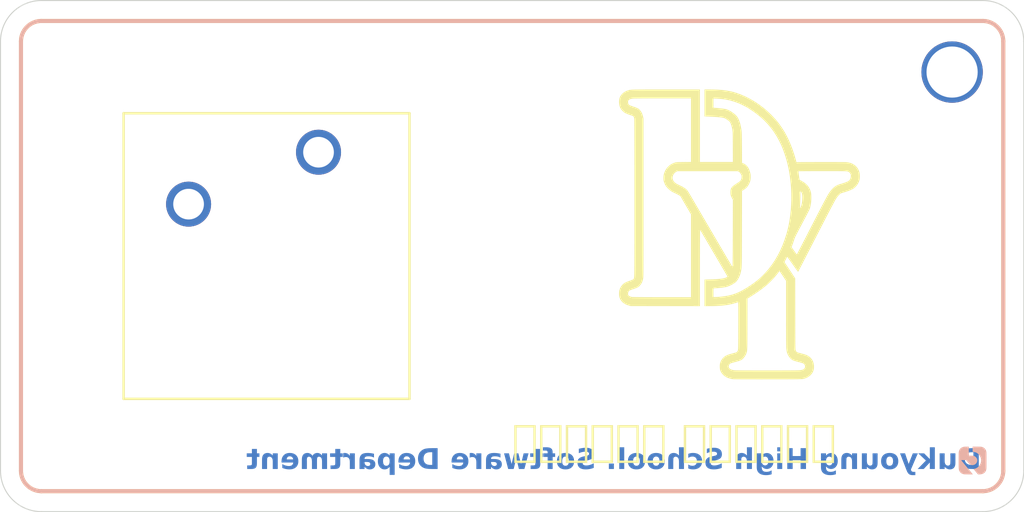
<source format=kicad_pcb>
(kicad_pcb (version 20240108) (generator "pcbnew") (generator_version "8.0")
  (layers (0 "F.Cu" signal) (31 "B.Cu" signal) (34 "B.Paste" user) (35 "F.Paste" user) (36 "B.SilkS" user "B.Silkscreen") (37 "F.SilkS" user "F.Silkscreen") (38 "B.Mask" user) (39 "F.Mask" user) (44 "Edge.Cuts" user))
  (net 0 "")
  (footprint "LOGO" (layer "F.Cu") (at 167.5 103.5)
    (property "Reference" "G***" (hide yes))
    (property "Value" "LOGO" (hide yes))
    (fp_poly (pts (xy -0.851284 -7.149808) (xy -0.65265 -7.14764) (xy -0.469173 -7.14104) (xy -0.298603 -7.129644) (xy -0.138691 -7.113089) (xy 0.012812 -7.091011) (xy 0.158156 -7.063046) (xy 0.299588 -7.028832) (xy 0.439359 -6.988005) (xy 0.579718 -6.940201) (xy 0.67924 -6.902504) (xy 0.907349 -6.803762) (xy 1.133105 -6.688313) (xy 1.35498 -6.557305) (xy 1.571444 -6.411888) (xy 1.780969 -6.253209) (xy 1.982026 -6.082417) (xy 2.173086 -5.900661) (xy 2.35262 -5.70909) (xy 2.497164 -5.536699) (xy 2.537819 -5.483512) (xy 2.584756 -5.418766) (xy 2.635326 -5.346385) (xy 2.686879 -5.270295) (xy 2.736767 -5.194419) (xy 2.782338 -5.122682) (xy 2.820946 -5.059009) (xy 2.829007 -5.045144) (xy 2.92869 -4.860721) (xy 3.024385 -4.661411) (xy 3.115 -4.449965) (xy 3.199443 -4.229133) (xy 3.276623 -4.001667) (xy 3.345449 -3.770317) (xy 3.367957 -3.686664) (xy 3.379161 -3.644332) (xy 3.3874 -3.616424) (xy 3.394228 -3.600067) (xy 3.401197 -3.592392) (xy 3.409859 -3.590525) (xy 3.419509 -3.591338) (xy 3.436489 -3.592266) (xy 3.470028 -3.593138) (xy 3.518812 -3.593955) (xy 3.581524 -3.594715) (xy 3.656851 -3.595417) (xy 3.743475 -3.59606) (xy 3.840083 -3.596642) (xy 3.945358 -3.597162) (xy 4.057986 -3.597619) (xy 4.176651 -3.598012) (xy 4.300039 -3.598339) (xy 4.426833 -3.5986) (xy 4.555718 -3.598793) (xy 4.68538 -3.598917) (xy 4.814503 -3.598971) (xy 4.941771 -3.598954) (xy 5.06587 -3.598864) (xy 5.185485 -3.5987) (xy 5.299299 -3.598461) (xy 5.405997 -3.598146) (xy 5.504266 -3.597754) (xy 5.592788 -3.597283) (xy 5.670249 -3.596732) (xy 5.735334 -3.596101) (xy 5.786727 -3.595387) (xy 5.823114 -3.594589) (xy 5.843178 -3.593707) (xy 5.84485 -3.593551) (xy 5.928669 -3.58172) (xy 6.001045 -3.565396) (xy 6.068181 -3.542945) (xy 6.117629 -3.521663) (xy 6.212782 -3.46809) (xy 6.294799 -3.402419) (xy 6.363501 -3.324866) (xy 6.418707 -3.235646) (xy 6.460238 -3.134976) (xy 6.471724 -3.096279) (xy 6.483056 -3.038377) (xy 6.489867 -2.969657) (xy 6.492079 -2.896286) (xy 6.489611 -2.824428) (xy 6.482384 -2.760249) (xy 6.476432 -2.73078) (xy 6.442904 -2.62886) (xy 6.39466 -2.53232) (xy 6.333582 -2.44377) (xy 6.261554 -2.365823) (xy 6.180457 -2.301088) (xy 6.15481 -2.284736) (xy 6.107456 -2.259282) (xy 6.046487 -2.231223) (xy 5.975687 -2.202049) (xy 5.898842 -2.173246) (xy 5.819736 -2.146302) (xy 5.743973 -2.123223) (xy 5.694351 -2.108806) (xy 5.648125 -2.094842) (xy 5.609269 -2.08257) (xy 5.581756 -2.073229) (xy 5.573734 -2.070145) (xy 5.53857 -2.049146) (xy 5.497823 -2.014309) (xy 5.453428 -1.968012) (xy 5.407318 -1.912635) (xy 5.361427 -1.850558) (xy 5.317688 -1.784158) (xy 5.278035 -1.715816) (xy 5.264102 -1.689162) (xy 5.249713 -1.661357) (xy 5.228515 -1.62125) (xy 5.202306 -1.572205) (xy 5.172887 -1.517584) (xy 5.142059 -1.46075) (xy 5.130154 -1.438916) (xy 5.115708 -1.411964) (xy 5.093591 -1.37) (xy 5.064268 -1.313929) (xy 5.028206 -1.244652) (xy 4.98587 -1.163074) (xy 4.937727 -1.070097) (xy 4.884243 -0.966626) (xy 4.825884 -0.853563) (xy 4.763116 -0.731812) (xy 4.696405 -0.602276) (xy 4.626216 -0.465859) (xy 4.553017 -0.323463) (xy 4.477273 -0.175993) (xy 4.39945 -0.024352) (xy 4.320014 0.130557) (xy 4.256394 0.254715) (xy 4.177548 0.40861) (xy 4.100848 0.558264) (xy 4.026693 0.702901) (xy 3.955484 0.841741) (xy 3.887621 0.974008) (xy 3.823502 1.098923) (xy 3.763529 1.215707) (xy 3.7081 1.323583) (xy 3.657617 1.421773) (xy 3.612478 1.509499) (xy 3.573085 1.585982) (xy 3.539836 1.650445) (xy 3.513131 1.702109) (xy 3.493371 1.740196) (xy 3.480956 1.763929) (xy 3.476284 1.772529) (xy 3.470072 1.766888) (xy 3.454645 1.747914) (xy 3.430988 1.716952) (xy 3.400087 1.675346) (xy 3.362931 1.624439) (xy 3.320504 1.565577) (xy 3.273794 1.500103) (xy 3.223787 1.429363) (xy 3.209004 1.408332) (xy 3.158258 1.336122) (xy 3.110666 1.268541) (xy 3.067203 1.206965) (xy 3.028844 1.152769) (xy 2.996567 1.107329) (xy 2.971346 1.07202) (xy 2.954156 1.048217) (xy 2.945975 1.037297) (xy 2.945432 1.036735) (xy 2.938968 1.044274) (xy 2.926554 1.064704) (xy 2.909857 1.094746) (xy 2.890545 1.131122) (xy 2.870286 1.170552) (xy 2.850745 1.209757) (xy 2.833592 1.245459) (xy 2.820492 1.274377) (xy 2.813114 1.293234) (xy 2.812239 1.298678) (xy 2.818252 1.307994) (xy 2.833175 1.330792) (xy 2.856067 1.365641) (xy 2.885984 1.41111) (xy 2.921984 1.465768) (xy 2.963124 1.528183) (xy 3.008463 1.596923) (xy 3.057057 1.670558) (xy 3.075983 1.699226) (xy 3.333416 2.089127) (xy 3.335762 3.821851) (xy 3.336048 4.029042) (xy 3.336327 4.219119) (xy 3.336607 4.392841) (xy 3.336896 4.550968) (xy 3.337202 4.694259) (xy 3.337532 4.823476) (xy 3.337894 4.939377) (xy 3.338298 5.042724) (xy 3.338749 5.134275) (xy 3.339257 5.21479) (xy 3.339829 5.28503) (xy 3.340474 5.345755) (xy 3.341198 5.397723) (xy 3.34201 5.441696) (xy 3.342919 5.478434) (xy 3.343931 5.508695) (xy 3.345055 5.533241) (xy 3.346298 5.552831) (xy 3.347669 5.568224) (xy 3.349176 5.580181) (xy 3.350826 5.589463) (xy 3.352627 5.596827) (xy 3.354318 5.602249) (xy 3.366299 5.633968) (xy 3.379753 5.65917) (xy 3.397155 5.679431) (xy 3.420984 5.696325) (xy 3.453716 5.711428) (xy 3.497829 5.726316) (xy 3.5558 5.742564) (xy 3.588354 5.75107) (xy 3.665234 5.771099) (xy 3.727446 5.787861) (xy 3.777703 5.802252) (xy 3.81872 5.815163) (xy 3.853211 5.827491) (xy 3.883892 5.840127) (xy 3.913476 5.853967) (xy 3.936911 5.865848) (xy 4.023511 5.920326) (xy 4.096993 5.98666) (xy 4.156869 6.064054) (xy 4.202649 6.151713) (xy 4.233843 6.248841) (xy 4.249962 6.354644) (xy 4.251336 6.376812) (xy 4.25148 6.461927) (xy 4.242423 6.537017) (xy 4.223053 6.608002) (xy 4.195291 6.674504) (xy 4.153386 6.74393) (xy 4.0967 6.810276) (xy 4.028319 6.870999) (xy 3.951328 6.923558) (xy 3.868813 6.96541) (xy 3.820118 6.983621) (xy 3.803876 6.988968) (xy 3.789003 6.993867) (xy 3.774693 6.998338) (xy 3.760138 7.0024) (xy 3.744532 7.006076) (xy 3.727066 7.009385) (xy 3.706935 7.012347) (xy 3.68333 7.014984) (xy 3.655445 7.017315) (xy 3.622473 7.019361) (xy 3.583607 7.021144) (xy 3.538039 7.022682) (xy 3.484962 7.023997) (xy 3.42357 7.025109) (xy 3.353056 7.026038) (xy 3.272611 7.026806) (xy 3.181429 7.027432) (xy 3.078704 7.027937) (xy 2.963627 7.028342) (xy 2.835392 7.028667) (xy 2.693191 7.028932) (xy 2.536219 7.029158) (xy 2.363666 7.029366) (xy 2.174727 7.029576) (xy 2.001971 7.029769) (xy 1.831514 7.029923) (xy 1.66526 7.029991) (xy 1.504142 7.029977) (xy 1.349097 7.029884) (xy 1.201059 7.029715) (xy 1.060963 7.029472) (xy 0.929743 7.02916) (xy 0.808336 7.028782) (xy 0.697675 7.028339) (xy 0.598695 7.027837) (xy 0.512331 7.027277) (xy 0.439519 7.026663) (xy 0.381193 7.025999) (xy 0.338288 7.025286) (xy 0.311739 7.024529) (xy 0.303871 7.024035) (xy 0.180901 7.00326) (xy 0.068414 6.970303) (xy -0.032758 6.925664) (xy -0.121785 6.869842) (xy -0.197838 6.803337) (xy -0.260085 6.726646) (xy -0.297181 6.662808) (xy -0.319465 6.615047) (xy -0.335011 6.573502) (xy -0.344933 6.532859) (xy -0.350343 6.4878) (xy -0.352358 6.43301) (xy -0.352402 6.413313) (xy 0.082352 6.413313) (xy 0.090309 6.449343) (xy 0.1151 6.489745) (xy 0.155816 6.52401) (xy 0.211427 6.551648) (xy 0.280898 6.572168) (xy 0.363198 6.585082) (xy 0.379582 6.586584) (xy 0.400445 6.58755) (xy 0.43801 6.588451) (xy 0.491106 6.589288) (xy 0.558561 6.590059) (xy 0.639203 6.590765) (xy 0.73186 6.591407) (xy 0.83536 6.591983) (xy 0.948531 6.592494) (xy 1.070202 6.59294) (xy 1.199199 6.593321) (xy 1.334353 6.593636) (xy 1.474489 6.593886) (xy 1.618438 6.594071) (xy 1.765026 6.594191) (xy 1.913081 6.594245) (xy 2.061433 6.594233) (xy 2.208908 6.594156) (xy 2.354336 6.594013) (xy 2.496543 6.593805) (xy 2.634359 6.593531) (xy 2.76661 6.593192) (xy 2.892127 6.592786) (xy 3.009735 6.592315) (xy 3.118264 6.591778) (xy 3.216542 6.591174) (xy 3.303396 6.590505) (xy 3.377654 6.58977) (xy 3.438146 6.588969) (xy 3.483698 6.588102) (xy 3.51314 6.587168) (xy 3.521016 6.586712) (xy 3.590401 6.580049) (xy 3.645066 6.57157) (xy 3.688143 6.560403) (xy 3.722761 6.545673) (xy 3.752052 6.526506) (xy 3.759992 6.519997) (xy 3.792669 6.484296) (xy 3.810173 6.444351) (xy 3.813886 6.396329) (xy 3.812021 6.375581) (xy 3.797129 6.324865) (xy 3.767396 6.282154) (xy 3.725411 6.250928) (xy 3.709528 6.244844) (xy 3.67919 6.235124) (xy 3.637249 6.222606) (xy 3.586554 6.208132) (xy 3.529958 6.192542) (xy 3.501069 6.184786) (xy 3.441567 6.168798) (xy 3.385561 6.153468) (xy 3.336155 6.139667) (xy 3.296453 6.128267) (xy 3.269558 6.120139) (xy 3.262521 6.117803) (xy 3.194806 6.08503) (xy 3.129913 6.036749) (xy 3.069701 5.975302) (xy 3.01603 5.903031) (xy 2.970757 5.822276) (xy 2.935743 5.73538) (xy 2.922444 5.689491) (xy 2.914671 5.651886) (xy 2.906955 5.602997) (xy 2.90023 5.549391) (xy 2.895743 5.501807) (xy 2.894604 5.477642) (xy 2.89353 5.436199) (xy 2.892524 5.378071) (xy 2.891588 5.303856) (xy 2.890725 5.214148) (xy 2.88994 5.109544) (xy 2.889234 4.990638) (xy 2.888611 4.858025) (xy 2.888074 4.712303) (xy 2.887627 4.554065) (xy 2.887272 4.383909) (xy 2.887012 4.202428) (xy 2.886851 4.010219) (xy 2.886792 3.807878) (xy 2.886792 3.799418) (xy 2.88677 2.214072) (xy 2.728132 1.974093) (xy 2.689527 1.91591) (xy 2.654017 1.862807) (xy 2.622804 1.816547) (xy 2.59709 1.778899) (xy 2.578079 1.751627) (xy 2.566973 1.736497) (xy 2.564621 1.733982) (xy 2.557707 1.740762) (xy 2.543315 1.759018) (xy 2.524002 1.785434) (xy 2.514156 1.799431) (xy 2.453778 1.881017) (xy 2.381442 1.969967) (xy 2.299858 2.063424) (xy 2.211734 2.15853) (xy 2.119777 2.25243) (xy 2.026696 2.342267) (xy 1.935199 2.425183) (xy 1.863442 2.485853) (xy 1.707565 2.607833) (xy 1.536161 2.73263) (xy 1.351099 2.858953) (xy 1.154248 2.985513) (xy 1.025914 3.064247) (xy 1.001686 3.078848) (xy 0.998452 4.32118) (xy 0.997996 4.499795) (xy 0.997579 4.661473) (xy 0.997162 4.807151) (xy 0.996706 4.937767) (xy 0.996173 5.054259) (xy 0.995525 5.157565) (xy 0.994723 5.248621) (xy 0.993727 5.328365) (xy 0.992501 5.397735) (xy 0.991004 5.457668) (xy 0.989199 5.509103) (xy 0.987048 5.552975) (xy 0.98451 5.590224) (xy 0.981549 5.621787) (xy 0.978125 5.6486) (xy 0.9742 5.671602) (xy 0.969735 5.691731) (xy 0.964692 5.709923) (xy 0.959032 5.727116) (xy 0.952716 5.744249) (xy 0.945707 5.762257) (xy 0.938426 5.780886) (xy 0.904411 5.854093) (xy 0.861078 5.924361) (xy 0.811151 5.988365) (xy 0.757354 6.042783) (xy 0.702411 6.084289) (xy 0.679153 6.097318) (xy 0.656734 6.10647) (xy 0.620064 6.11911) (xy 0.572208 6.134288) (xy 0.516229 6.151052) (xy 0.455192 6.168449) (xy 0.41283 6.18003) (xy 0.351946 6.196616) (xy 0.2957 6.212388) (xy 0.246756 6.226563) (xy 0.207774 6.238358) (xy 0.181418 6.246993) (xy 0.171521 6.250933) (xy 0.132397 6.280319) (xy 0.103307 6.320078) (xy 0.086032 6.365858) (xy 0.082352 6.413313) (xy -0.352402 6.413313) (xy -0.352434 6.399156) (xy -0.35176 6.346805) (xy -0.349909 6.307301) (xy -0.346244 6.275624) (xy -0.340129 6.246752) (xy -0.330928 6.215668) (xy -0.328085 6.207002) (xy -0.291221 6.117601) (xy -0.242941 6.039515) (xy -0.18053 5.968448) (xy -0.172349 5.960554) (xy -0.131852 5.925141) (xy -0.08859 5.894013) (xy -0.040157 5.866088) (xy 0.015854 5.84028) (xy 0.08185 5.815506) (xy 0.160238 5.790681) (xy 0.253424 5.764721) (xy 0.274913 5.759072) (xy 0.338513 5.742443) (xy 0.387141 5.729422) (xy 0.423122 5.719117) (xy 0.448782 5.710636) (xy 0.466446 5.703085) (xy 0.478441 5.695572) (xy 0.487093 5.687204) (xy 0.494727 5.677089) (xy 0.49699 5.673836) (xy 0.504494 5.663376) (xy 0.511251 5.654146) (xy 0.5173 5.645204) (xy 0.522684 5.635609) (xy 0.527443 5.624421) (xy 0.531617 5.610699) (xy 0.535248 5.593503) (xy 0.538376 5.57189) (xy 0.541043 5.544921) (xy 0.54329 5.511654) (xy 0.545157 5.471149) (xy 0.546685 5.422465) (xy 0.547915 5.364661) (xy 0.548887 5.296796) (xy 0.549644 5.217929) (xy 0.550226 5.12712) (xy 0.550673 5.023427) (xy 0.551027 4.905911) (xy 0.551329 4.773629) (xy 0.551618 4.625641) (xy 0.551937 4.461006) (xy 0.552047 4.407338) (xy 0.552376 4.234797) (xy 0.552605 4.079345) (xy 0.55273 3.940194) (xy 0.552743 3.816559) (xy 0.552639 3.707653) (xy 0.552412 3.612689) (xy 0.552055 3.530882) (xy 0.551563 3.461445) (xy 0.550929 3.403592) (xy 0.550147 3.356536) (xy 0.549211 3.319492) (xy 0.548116 3.291672) (xy 0.546854 3.27229) (xy 0.545419 3.26056) (xy 0.543807 3.255696) (xy 0.543109 3.255498) (xy 0.509119 3.267505) (xy 0.462775 3.282537) (xy 0.40902 3.299114) (xy 0.3528 3.315756) (xy 0.299057 3.330985) (xy 0.252737 3.343321) (xy 0.234883 3.347712) (xy 0.120637 3.372513) (xy 0.003672 3.393356) (xy -0.118382 3.410477) (xy -0.247895 3.424113) (xy -0.387238 3.434501) (xy -0.538781 3.441878) (xy -0.704895 3.446482) (xy -0.76191 3.447413) (xy -1.099296 3.452088) (xy -1.099296 2.799841) (xy -1.099296 2.147593) (xy -0.846815 2.142338) (xy -0.66046 2.136276) (xy -0.490197 2.126196) (xy -0.336483 2.112133) (xy -0.205912 2.095069) (xy -0.151113 2.085127) (xy -0.106541 2.072937) (xy -0.06455 2.056185) (xy -0.042599 2.045608) (xy -0.009258 2.028483) (xy 0.010608 2.016663) (xy 0.019636 2.007707) (xy 0.020459 1.999174) (xy 0.016764 1.990596) (xy 0.009985 1.978569) (xy -0.005093 1.952416) (xy -0.027857 1.913182) (xy -0.057697 1.86191) (xy -0.094001 1.799643) (xy -0.136157 1.727424) (xy -0.183553 1.646298) (xy -0.235577 1.557308) (xy -0.291619 1.461497) (xy -0.351066 1.35991) (xy -0.413307 1.253588) (xy -0.477729 1.143576) (xy -0.543723 1.030918) (xy -0.610674 0.916657) (xy -0.677973 0.801836) (xy -0.745008 0.6875) (xy -0.811166 0.574691) (xy -0.875836 0.464453) (xy -0.938407 0.357829) (xy -0.998266 0.255864) (xy -1.054802 0.1596) (xy -1.107404 0.070081) (xy -1.15546 -0.011649) (xy -1.198358 -0.084547) (xy -1.235486 -0.147569) (xy -1.266233 -0.199671) (xy -1.289988 -0.239811) (xy -1.306137 -0.266945) (xy -1.314071 -0.280029) (xy -1.314776 -0.28108) (xy -1.315623 -0.273172) (xy -1.316436 -0.248042) (xy -1.317213 -0.206341) (xy -1.317951 -0.148721) (xy -1.318646 -0.075834) (xy -1.319297 0.011668) (xy -1.3199 0.113132) (xy -1.320453 0.227908) (xy -1.320953 0.355342) (xy -1.321397 0.494783) (xy -1.321782 0.645579) (xy -1.322106 0.807079) (xy -1.322365 0.978629) (xy -1.322557 1.159578) (xy -1.322679 1.349274) (xy -1.322729 1.547066) (xy -1.32273 1.580307) (xy -1.32273 3.450184) (xy -3.014127 3.44777) (xy -4.705524 3.445356) (xy -4.793752 3.421017) (xy -4.905523 3.383094) (xy -5.00266 3.334974) (xy -5.085294 3.276539) (xy -5.153553 3.20767) (xy -5.207567 3.128251) (xy -5.247465 3.038162) (xy -5.260873 2.994019) (xy -5.269929 2.944404) (xy -5.274856 2.883635) (xy -5.275196 2.855387) (xy -4.835539 2.855387) (xy -4.827778 2.898799) (xy -4.821087 2.914787) (xy -4.80146 2.937251) (xy -4.768119 2.959245) (xy -4.725159 2.978823) (xy -4.67668 2.994039) (xy -4.638494 3.001513) (xy -4.622798 3.002476) (xy -4.590151 3.003416) (xy -4.54148 3.004326) (xy -4.477707 3.005202) (xy -4.399758 3.006037) (xy -4.308557 3.006826) (xy -4.205029 3.007562) (xy -4.090098 3.008239) (xy -3.96469 3.008853) (xy -3.829728 3.009396) (xy -3.686137 3.009864) (xy -3.534842 3.01025) (xy -3.376767 3.010549) (xy -3.212837 3.010754) (xy -3.170531 3.01079) (xy -1.760661 3.011893) (xy -1.760661 0.984509) (xy -1.760661 -1.042875) (xy -2.010907 -1.469878) (xy -2.057586 -1.549653) (xy -2.101433 -1.624833) (xy -2.141634 -1.694004) (xy -2.177372 -1.755749) (xy -2.207831 -1.80865) (xy -2.232193 -1.851293) (xy -2.249643 -1.88226) (xy -2.259365 -1.900135) (xy -2.261154 -1.904043) (xy -2.268953 -1.917861) (xy -2.290845 -1.937394) (xy -2.324569 -1.961141) (xy -2.367867 -1.987595) (xy -2.418478 -2.015256) (xy -2.457776 -2.03488) (xy -2.527556 -2.068476) (xy -2.58342 -2.095613) (xy -2.627601 -2.117495) (xy -2.662333 -2.135325) (xy -2.689849 -2.150308) (xy -2.712382 -2.163646) (xy -2.732165 -2.176543) (xy -2.751433 -2.190203) (xy -2.765957 -2.200975) (xy -2.816225 -2.241699) (xy -2.867822 -2.288806) (xy -2.916636 -2.338152) (xy -2.958556 -2.385595) (xy -2.987967 -2.4247) (xy -3.012097 -2.466498) (xy -3.038175 -2.52107) (xy -3.064154 -2.583766) (xy -3.087992 -2.649935) (xy -3.090929 -2.658867) (xy -3.098912 -2.69612) (xy -3.103853 -2.746028) (xy -3.105788 -2.803638) (xy -3.105503 -2.820239) (xy -2.662455 -2.820239) (xy -2.652283 -2.75382) (xy -2.624515 -2.690123) (xy -2.579192 -2.629277) (xy -2.516358 -2.571415) (xy -2.500695 -2.559473) (xy -2.477521 -2.54467) (xy -2.4421 -2.524888) (xy -2.398562 -2.502309) (xy -2.351036 -2.479117) (xy -2.330885 -2.469721) (xy -2.229085 -2.420796) (xy -2.14305 -2.374513) (xy -2.071083 -2.329681) (xy -2.01149 -2.28511) (xy -1.962576 -2.239609) (xy -1.922647 -2.191987) (xy -1.910264 -2.174274) (xy -1.898611 -2.155806) (xy -1.878892 -2.123407) (xy -1.852012 -2.078606) (xy -1.818875 -2.02293) (xy -1.780387 -1.95791) (xy -1.737451 -1.885073) (xy -1.690974 -1.80595) (xy -1.64186 -1.722068) (xy -1.591013 -1.634958) (xy -1.586143 -1.626601) (xy -1.549829 -1.564307) (xy -1.505191 -1.487803) (xy -1.452942 -1.398301) (xy -1.393789 -1.297015) (xy -1.328442 -1.185159) (xy -1.257611 -1.063946) (xy -1.182005 -0.934591) (xy -1.102335 -0.798306) (xy -1.019309 -0.656307) (xy -0.933636 -0.509806) (xy -0.846027 -0.360017) (xy -0.757191 -0.208154) (xy -0.667838 -0.055431) (xy -0.578676 0.096939) (xy -0.519354 0.198301) (xy -0.420753 0.366752) (xy -0.330772 0.520431) (xy -0.249014 0.659996) (xy -0.17508 0.786107) (xy -0.108572 0.899422) (xy -0.04909 1.000602) (xy 0.003763 1.090306) (xy 0.050386 1.169193) (xy 0.091177 1.237922) (xy 0.126536 1.297154) (xy 0.156859 1.347546) (xy 0.182547 1.389758) (xy 0.203997 1.424451) (xy 0.221608 1.452282) (xy 0.235778 1.473912) (xy 0.246906 1.49) (xy 0.255391 1.501205) (xy 0.26163 1.508187) (xy 0.266022 1.511604) (xy 0.268966 1.512117) (xy 0.270861 1.510384) (xy 0.271947 1.507625) (xy 0.272938 1.495384) (xy 0.273918 1.465947) (xy 0.274883 1.419994) (xy 0.275828 1.358204) (xy 0.276748 1.281256) (xy 0.277638 1.18983) (xy 0.278494 1.084604) (xy 0.279311 0.966258) (xy 0.280084 0.835471) (xy 0.280808 0.692923) (xy 0.281479 0.539292) (xy 0.282091 0.375257) (xy 0.282641 0.201499) (xy 0.283122 0.018696) (xy 0.28346 -0.135472) (xy 0.286679 -1.750079) (xy 0.242514 -1.833572) (xy 0.211825 -1.894879) (xy 0.190302 -1.947255) (xy 0.176506 -1.99616) (xy 0.168998 -2.04705) (xy 0.166338 -2.105384) (xy 0.166263 -2.122625) (xy 0.16806 -2.180278) (xy 0.174074 -2.231113) (xy 0.185596 -2.276756) (xy 0.203912 -2.318833) (xy 0.230313 -2.358971) (xy 0.266086 -2.398798) (xy 0.31252 -2.439939) (xy 0.370905 -2.484023) (xy 0.442529 -2.532674) (xy 0.528681 -2.587521) (xy 0.540271 -2.594729) (xy 0.603717 -2.638572) (xy 0.651143 -2.68248) (xy 0.684211 -2.729119) (xy 0.704587 -2.781151) (xy 0.713932 -2.84124) (xy 0.71499 -2.874404) (xy 0.713863 -2.909745) (xy 0.709302 -2.939016) (xy 0.699532 -2.967188) (xy 0.68278 -2.999231) (xy 0.657272 -3.040115) (xy 0.654145 -3.044921) (xy 0.629747 -3.080041) (xy 0.60883 -3.103601) (xy 0.586903 -3.120039) (xy 0.568249 -3.129826) (xy 0.524288 -3.150422) (xy -0.946823 -3.150422) (xy -2.417934 -3.150422) (xy -2.477111 -3.121289) (xy -2.535604 -3.085085) (xy -2.582547 -3.03866) (xy -2.620868 -2.978937) (xy -2.629842 -2.96072) (xy -2.654988 -2.889249) (xy -2.662455 -2.820239) (xy -3.105503 -2.820239) (xy -3.104752 -2.863998) (xy -3.100779 -2.922154) (xy -3.093905 -2.973153) (xy -3.088541 -2.997732) (xy -3.052465 -3.108315) (xy -3.005173 -3.206954) (xy -2.944883 -3.296887) (xy -2.887064 -3.363728) (xy -2.813797 -3.43288) (xy -2.737847 -3.488339) (xy -2.654714 -3.532837) (xy -2.559894 -3.569105) (xy -2.53666 -3.576359) (xy -2.519293 -3.581342) (xy -2.502141 -3.58544) (xy -2.483241 -3.588762) (xy -2.460633 -3.591415) (xy -2.432354 -3.593507) (xy -2.396443 -3.595147) (xy -2.350938 -3.596444) (xy -2.293877 -3.597504) (xy -2.2233 -3.598437) (xy -2.137243 -3.59935) (xy -2.115922 -3.59956) (xy -1.760661 -3.603033) (xy -1.760661 -5.157498) (xy -1.760661 -6.711963) (xy -3.148422 -6.711963) (xy -3.36008 -6.7119) (xy -3.555912 -6.711713) (xy -3.735737 -6.711403) (xy -3.899376 -6.71097) (xy -4.046649 -6.710416) (xy -4.177377 -6.709742) (xy -4.29138 -6.70895) (xy -4.388478 -6.70804) (xy -4.468492 -6.707013) (xy -4.531242 -6.705871) (xy -4.576548 -6.704615) (xy -4.60423 -6.703245) (xy -4.610297 -6.70267) (xy -4.686315 -6.689001) (xy -4.746294 -6.668934) (xy -4.791 -6.642172) (xy -4.808651 -6.625297) (xy -4.822849 -6.608136) (xy -4.831019 -6.593213) (xy -4.834521 -6.575012) (xy -4.834714 -6.548017) (xy -4.833729 -6.523561) (xy -4.830909 -6.486666) (xy -4.824913 -6.456281) (xy -4.813894 -6.430887) (xy -4.796008 -6.408963) (xy -4.769408 -6.38899) (xy -4.732249 -6.369448) (xy -4.682686 -6.348818) (xy -4.618874 -6.32558) (xy -4.574862 -6.310395) (xy -4.502984 -6.28548) (xy -4.445658 -6.264485) (xy -4.400327 -6.24615) (xy -4.364435 -6.229215) (xy -4.335427 -6.21242) (xy -4.310746 -6.194506) (xy -4.287835 -6.174212) (xy -4.277102 -6.163645) (xy -4.2217 -6.1006) (xy -4.177161 -6.033041) (xy -4.141632 -5.957337) (xy -4.113261 -5.869856) (xy -4.100429 -5.817184) (xy -4.079908 -5.724384) (xy -4.079908 -1.854504) (xy -4.079911 -1.540331) (xy -4.079921 -1.243529) (xy -4.079939 -0.963594) (xy -4.079969 -0.700021) (xy -4.080011 -0.452307) (xy -4.080068 -0.219947) (xy -4.080142 -0.002437) (xy -4.080235 0.200726) (xy -4.080349 0.390048) (xy -4.080485 0.566032) (xy -4.080646 0.729181) (xy -4.080834 0.880001) (xy -4.08105 1.018996) (xy -4.081297 1.146668) (xy -4.081577 1.263523) (xy -4.081892 1.370065) (xy -4.082242 1.466797) (xy -4.082632 1.554224) (xy -4.083062 1.63285) (xy -4.083535 1.703179) (xy -4.084052 1.765715) (xy -4.084615 1.820961) (xy -4.085227 1.869423) (xy -4.08589 1.911604) (xy -4.086605 1.948009) (xy -4.087374 1.979141) (xy -4.0882 2.005504) (xy -4.089084 2.027603) (xy -4.090028 2.045942) (xy -4.091034 2.061024) (xy -4.092105 2.073354) (xy -4.093243 2.083436) (xy -4.094448 2.091774) (xy -4.095414 2.097269) (xy -4.119083 2.196426) (xy -4.150797 2.282618) (xy -4.192335 2.359618) (xy -4.245474 2.431201) (xy -4.261214 2.449175) (xy -4.286041 2.474996) (xy -4.311563 2.497224) (xy -4.340323 2.517192) (xy -4.374861 2.536229) (xy -4.417719 2.55567) (xy -4.47144 2.576845) (xy -4.538565 2.601087) (xy -4.575842 2.614048) (xy -4.630184 2.633237) (xy -4.680195 2.651741) (xy -4.722852 2.668374) (xy -4.755131 2.681951) (xy -4.77401 2.691287) (xy -4.77574 2.692417) (xy -4.802165 2.721011) (xy -4.821657 2.76122) (xy -4.83314 2.80777) (xy -4.835539 2.855387) (xy -5.275196 2.855387) (xy -5.275646 2.817949) (xy -5.272291 2.753584) (xy -5.264785 2.696778) (xy -5.261245 2.680124) (xy -5.228703 2.581544) (xy -5.181005 2.491495) (xy -5.119257 2.411429) (xy -5.044562 2.342798) (xy -4.965874 2.291291) (xy -4.942995 2.280433) (xy -4.906708 2.265244) (xy -4.860541 2.24711) (xy -4.808022 2.227414) (xy -4.752679 2.207541) (xy -4.750211 2.206676) (xy -4.691931 2.186102) (xy -4.648192 2.170077) (xy -4.616587 2.157466) (xy -4.594713 2.147129) (xy -4.580163 2.13793) (xy -4.570532 2.12873) (xy -4.563416 2.118391) (xy -4.563355 2.118289) (xy -4.560062 2.113001) (xy -4.55695 2.108303) (xy -4.554015 2.103693) (xy -4.551252 2.098669) (xy -4.548656 2.09273) (xy -4.54622 2.085375) (xy -4.543941 2.076102) (xy -4.541812 2.06441) (xy -4.53983 2.049798) (xy -4.537988 2.031764) (xy -4.536281 2.009806) (xy -4.534704 1.983424) (xy -4.533253 1.952117) (xy -4.531921 1.915381) (xy -4.530704 1.872717) (xy -4.529597 1.823623) (xy -4.528593 1.767598) (xy -4.527689 1.704139) (xy -4.526879 1.632747) (xy -4.526158 1.552919) (xy -4.52552 1.464153) (xy -4.52496 1.36595) (xy -4.524474 1.257807) (xy -4.524056 1.139223) (xy -4.523701 1.009696) (xy -4.523403 0.868725) (xy -4.523158 0.715809) (xy -4.52296 0.550447) (xy -4.522804 0.372136) (xy -4.522686 0.180377) (xy -4.522599 -0.025334) (xy -4.522538 -0.245496) (xy -4.5225 -0.480612) (xy -4.522477 -0.731183) (xy -4.522465 -0.997711) (xy -4.52246 -1.280695) (xy -4.522455 -1.580639) (xy -4.522447 -1.84169) (xy -4.522451 -2.185337) (xy -4.522487 -2.511355) (xy -4.522556 -2.819994) (xy -4.52266 -3.111501) (xy -4.522797 -3.386123) (xy -4.522971 -3.644106) (xy -4.523179 -3.8857) (xy -4.523425 -4.111151) (xy -4.523707 -4.320706) (xy -4.524027 -4.514614) (xy -4.524385 -4.693121) (xy -4.524782 -4.856475) (xy -4.525218 -5.004923) (xy -4.525695 -5.138712) (xy -4.526212 -5.258091) (xy -4.52677 -5.363306) (xy -4.52737 -5.454606) (xy -4.528013 -5.532236) (xy -4.528699 -5.596446) (xy -4.529429 -5.647481) (xy -4.530202 -5.68559) (xy -4.531021 -5.71102) (xy -4.531886 -5.724019) (xy -4.532031 -5.724977) (xy -4.542742 -5.767208) (xy -4.55768 -5.804876) (xy -4.57475 -5.83369) (xy -4.591855 -5.849356) (xy -4.592986 -5.849843) (xy -4.60593 -5.854517) (xy -4.632636 -5.863844) (xy -4.669942 -5.87673) (xy -4.714683 -5.892081) (xy -4.748089 -5.903488) (xy -4.831967 -5.933322) (xy -4.90125 -5.961063) (xy -4.958842 -5.988274) (xy -5.007644 -6.016521) (xy -5.050559 -6.047368) (xy -5.090488 -6.082379) (xy -5.103419 -6.095028) (xy -5.167189 -6.1689) (xy -5.215574 -6.248184) (xy -5.249306 -6.334744) (xy -5.269117 -6.43044) (xy -5.275722 -6.533216) (xy -5.271335 -6.628966) (xy -5.256072 -6.712802) (xy -5.228714 -6.787848) (xy -5.188044 -6.857231) (xy -5.132841 -6.924077) (xy -5.117026 -6.940359) (xy -5.042496 -7.005047) (xy -4.96078 -7.056016) (xy -4.868194 -7.09545) (xy -4.839584 -7.104794) (xy -4.822176 -7.110166) (xy -4.805823 -7.115091) (xy -4.789724 -7.119591) (xy -4.773075 -7.123685) (xy -4.755075 -7.12739) (xy -4.734921 -7.130728) (xy -4.711811 -7.133717) (xy -4.684942 -7.136376) (xy -4.653512 -7.138725) (xy -4.616718 -7.140783) (xy -4.573758 -7.14257) (xy -4.523829 -7.144103) (xy -4.466129 -7.145404) (xy -4.399856 -7.146491) (xy -4.324207 -7.147383) (xy -4.238379 -7.1481) (xy -4.141571 -7.148661) (xy -4.032979 -7.149085) (xy -3.911802 -7.149392) (xy -3.777236 -7.1496) (xy -3.62848 -7.14973) (xy -3.464731 -7.1498) (xy -3.285186 -7.14983) (xy -3.089043 -7.149838) (xy -2.964972 -7.149841) (xy -1.32273 -7.149894) (xy -1.32273 -5.375827) (xy -1.32273 -3.601759) (xy -0.517891 -3.601759) (xy 0.286948 -3.601759) (xy 0.283759 -4.336857) (xy 0.283171 -4.46909) (xy 0.282606 -4.584761) (xy 0.282028 -4.685183) (xy 0.281403 -4.771668) (xy 0.280696 -4.84553) (xy 0.279871 -4.908081) (xy 0.278895 -4.960633) (xy 0.277731 -5.0045) (xy 0.276346 -5.040994) (xy 0.274703 -5.071428) (xy 0.272768 -5.097115) (xy 0.270506 -5.119367) (xy 0.267882 -5.139497) (xy 0.26486 -5.158818) (xy 0.261407 -5.178643) (xy 0.261306 -5.179204) (xy 0.236841 -5.29721) (xy 0.208756 -5.399252) (xy 0.177253 -5.484642) (xy 0.164919 -5.511572) (xy 0.148561 -5.541675) (xy 0.129468 -5.568599) (xy 0.105286 -5.594445) (xy 0.073659 -5.621312) (xy 0.03223 -5.651297) (xy -0.021355 -5.686502) (xy -0.05551 -5.708007) (xy -0.085039 -5.725416) (xy -0.113909 -5.739742) (xy -0.14465 -5.75156) (xy -0.179796 -5.761443) (xy -0.221876 -5.769964) (xy -0.273423 -5.777699) (xy -0.336968 -5.785219) (xy -0.415042 -5.7931) (xy -0.442399 -5.795688) (xy -0.490628 -5.799693) (xy -0.551786 -5.803998) (xy -0.622251 -5.808416) (xy -0.698403 -5.812762) (xy -0.77662 -5.816852) (xy -0.85328 -5.8205) (xy -0.924764 -5.82352) (xy -0.987449 -5.825728) (xy -1.037713 -5.826938) (xy -1.056843 -5.827111) (xy -1.099296 -5.827164) (xy -1.099296 -6.480354) (xy -0.661365 -6.480354) (xy -0.661365 -6.257682) (xy -0.5921 -6.252108) (xy -0.509585 -6.245094) (xy -0.426733 -6.23737) (xy -0.347129 -6.229313) (xy -0.274355 -6.221303) (xy -0.211997 -6.213718) (xy -0.163638 -6.206938) (xy -0.160872 -6.206504) (xy -0.088504 -6.193972) (xy -0.029148 -6.18072) (xy 0.022031 -6.165004) (xy 0.069865 -6.145082) (xy 0.119189 -6.119212) (xy 0.174837 -6.08565) (xy 0.175482 -6.085244) (xy 0.267297 -6.02524) (xy 0.344455 -5.969207) (xy 0.408981 -5.914703) (xy 0.462903 -5.859283) (xy 0.508247 -5.800506) (xy 0.54704 -5.735929) (xy 0.581309 -5.663109) (xy 0.61308 -5.579603) (xy 0.625469 -5.542886) (xy 0.649711 -5.459563) (xy 0.672432 -5.363389) (xy 0.692609 -5.259377) (xy 0.709221 -5.152542) (xy 0.71597 -5.098768) (xy 0.71809 -5.071047) (xy 0.720107 -5.026103) (xy 0.722009 -4.964587) (xy 0.723785 -4.88715) (xy 0.725424 -4.794444) (xy 0.726915 -4.687119) (xy 0.728244 -4.565828) (xy 0.729402 -4.43122) (xy 0.730376 -4.283948) (xy 0.730377 -4.283651) (xy 0.734531 -3.557908) (xy 0.767213 -3.547476) (xy 0.838235 -3.516361) (xy 0.906991 -3.470287) (xy 0.970129 -3.412139) (xy 1.024294 -3.344799) (xy 1.048806 -3.305319) (xy 1.072503 -3.256722) (xy 1.09666 -3.196496) (xy 1.119234 -3.13071) (xy 1.138179 -3.065434) (xy 1.151455 -3.006738) (xy 1.153615 -2.994018) (xy 1.159019 -2.936996) (xy 1.159918 -2.870207) (xy 1.156633 -2.80053) (xy 1.149481 -2.734846) (xy 1.139089 -2.68121) (xy 1.11916 -2.619675) (xy 1.090611 -2.551994) (xy 1.0568 -2.485289) (xy 1.021085 -2.426682) (xy 1.014823 -2.417696) (xy 0.977675 -2.370646) (xy 0.935827 -2.328342) (xy 0.885428 -2.287363) (xy 0.822628 -2.244289) (xy 0.811923 -2.23745) (xy 0.733623 -2.187813) (xy 0.730171 -0.358808) (xy 0.729762 -0.142735) (xy 0.729374 0.056249) (xy 0.728991 0.238933) (xy 0.728598 0.406102) (xy 0.728178 0.558544) (xy 0.727714 0.697045) (xy 0.727193 0.822393) (xy 0.726596 0.935373) (xy 0.72591 1.036773) (xy 0.725116 1.12738) (xy 0.724201 1.20798) (xy 0.723147 1.27936) (xy 0.721938 1.342308) (xy 0.72056 1.397609) (xy 0.718995 1.446051) (xy 0.717229 1.48842) (xy 0.715244 1.525503) (xy 0.713026 1.558088) (xy 0.710558 1.58696) (xy 0.707824 1.612908) (xy 0.704808 1.636716) (xy 0.701495 1.659173) (xy 0.697868 1.681065) (xy 0.693912 1.703179) (xy 0.68961 1.726302) (xy 0.687754 1.736199) (xy 0.663235 1.840672) (xy 0.629914 1.942594) (xy 0.58922 2.038995) (xy 0.542584 2.126902) (xy 0.491436 2.203343) (xy 0.437205 2.265346) (xy 0.429641 2.272527) (xy 0.377407 2.314732) (xy 0.311879 2.358157) (xy 0.237324 2.400682) (xy 0.158009 2.44019) (xy 0.078199 2.47456) (xy 0.002162 2.501674) (xy -0.065835 2.519413) (xy -0.068548 2.519939) (xy -0.121927 2.528985) (xy -0.188333 2.538457) (xy -0.262944 2.547791) (xy -0.340939 2.556421) (xy -0.417497 2.563782) (xy -0.487797 2.569309) (xy -0.491555 2.569559) (xy -0.534069 2.572577) (xy -0.576498 2.575941) (xy -0.61058 2.57899) (xy -0.614444 2.579377) (xy -0.661365 2.584186) (xy -0.661365 2.793571) (xy -0.661365 3.002956) (xy -0.578694 3.002864) (xy -0.534011 3.001982) (xy -0.47959 2.999678) (xy -0.423478 2.996341) (xy -0.388775 2.993705) (xy -0.229865 2.978014) (xy -0.082518 2.95835) (xy 0.055551 2.933862) (xy 0.186625 2.903702) (xy 0.31299 2.86702) (xy 0.43693 2.822968) (xy 0.560731 2.770696) (xy 0.686676 2.709356) (xy 0.817051 2.638097) (xy 0.954139 2.556072) (xy 1.100227 2.46243) (xy 1.175264 2.4124) (xy 1.3482 2.290157) (xy 1.506669 2.165915) (xy 1.65406 2.036789) (xy 1.793759 1.899896) (xy 1.860102 1.829467) (xy 2.031827 1.631057) (xy 2.190701 1.423476) (xy 2.337136 1.205947) (xy 2.471543 0.977698) (xy 2.594336 0.737951) (xy 2.671935 0.562696) (xy 3.155293 0.562696) (xy 3.28077 0.741623) (xy 3.315732 0.79113) (xy 3.347445 0.835376) (xy 3.374443 0.872369) (xy 3.395262 0.90012) (xy 3.408437 0.916637) (xy 3.412395 0.920457) (xy 3.417109 0.912635) (xy 3.4295 0.889778) (xy 3.449109 0.85277) (xy 3.475482 0.802493) (xy 3.508161 0.73983) (xy 3.54669 0.665665) (xy 3.59061 0.580879) (xy 3.639467 0.486355) (xy 3.692803 0.382978) (xy 3.750161 0.271628) (xy 3.811084 0.15319) (xy 3.875116 0.028545) (xy 3.9418 -0.101422) (xy 4.010679 -0.23583) (xy 4.012387 -0.239166) (xy 4.083521 -0.377984) (xy 4.153844 -0.515069) (xy 4.222782 -0.649308) (xy 4.289759 -0.779587) (xy 4.3542 -0.904792) (xy 4.41553 -1.023809) (xy 4.473174 -1.135524) (xy 4.526556 -1.238822) (xy 4.575103 -1.332591) (xy 4.618238 -1.415716) (xy 4.655386 -1.487083) (xy 4.685973 -1.545578) (xy 4.709422 -1.590087) (xy 4.721751 -1.613195) (xy 4.75612 -1.677017) (xy 4.791227 -1.742225) (xy 4.82512 -1.805187) (xy 4.855843 -1.862272) (xy 4.881441 -1.909851) (xy 4.895532 -1.936051) (xy 4.966663 -2.05741) (xy 5.043036 -2.167225) (xy 5.123492 -2.264215) (xy 5.206871 -2.347101) (xy 5.292014 -2.414601) (xy 5.3726 -2.46287) (xy 5.403173 -2.476309) (xy 5.446233 -2.492608) (xy 5.496982 -2.510075) (xy 5.550621 -2.527018) (xy 5.574712 -2.534104) (xy 5.678816 -2.565564) (xy 5.768967 -2.596219) (xy 5.844346 -2.625733) (xy 5.904133 -2.653768) (xy 5.947505 -2.679987) (xy 5.965098 -2.694501) (xy 6.003224 -2.738369) (xy 6.02871 -2.785402) (xy 6.0434 -2.840128) (xy 6.048935 -2.900176) (xy 6.049807 -2.940379) (xy 6.048368 -2.968746) (xy 6.043585 -2.991267) (xy 6.034425 -3.013936) (xy 6.026596 -3.029712) (xy 5.998316 -3.072723) (xy 5.965694 -3.103223) (xy 5.955183 -3.110497) (xy 5.945417 -3.117054) (xy 5.935464 -3.122933) (xy 5.924392 -3.128169) (xy 5.911269 -3.132801) (xy 5.895163 -3.136864) (xy 5.875142 -3.140396) (xy 5.850275 -3.143434) (xy 5.819628 -3.146014) (xy 5.782271 -3.148174) (xy 5.737272 -3.149951) (xy 5.683698 -3.151381) (xy 5.620617 -3.152501) (xy 5.547098 -3.153349) (xy 5.462208 -3.153961) (xy 5.365016 -3.154375) (xy 5.25459 -3.154626) (xy 5.129997 -3.154753) (xy 4.990307 -3.154792) (xy 4.834586 -3.15478) (xy 4.665663 -3.154754) (xy 4.523149 -3.154686) (xy 4.385516 -3.154521) (xy 4.253828 -3.154266) (xy 4.12915 -3.153925) (xy 4.012545 -3.153507) (xy 3.905077 -3.153016) (xy 3.807811 -3.152459) (xy 3.721811 -3.151843) (xy 3.648141 -3.151173) (xy 3.587865 -3.150456) (xy 3.542047 -3.149698) (xy 3.511751 -3.148906) (xy 3.498042 -3.148085) (xy 3.497369 -3.147908) (xy 3.493883 -3.140637) (xy 3.493059 -3.123594) (xy 3.495031 -3.094827) (xy 3.499933 -3.052387) (xy 3.507899 -2.994324) (xy 3.507963 -2.993876) (xy 3.515728 -2.939314) (xy 3.52319 -2.886058) (xy 3.529707 -2.838749) (xy 3.534637 -2.802029) (xy 3.536386 -2.788458) (xy 3.543667 -2.730366) (xy 3.619634 -2.691538) (xy 3.737554 -2.623246) (xy 3.839542 -2.54698) (xy 3.925759 -2.462542) (xy 3.996365 -2.369736) (xy 4.051522 -2.268366) (xy 4.091391 -2.158235) (xy 4.105932 -2.098424) (xy 4.111919 -2.057355) (xy 4.11632 -2.002504) (xy 4.119093 -1.937893) (xy 4.120198 -1.867549) (xy 4.119593 -1.795494) (xy 4.117236 -1.725754) (xy 4.113087 -1.662354) (xy 4.110673 -1.63742) (xy 4.097725 -1.542306) (xy 4.080098 -1.44807) (xy 4.059085 -1.361014) (xy 4.043275 -1.308394) (xy 4.034302 -1.286401) (xy 4.017073 -1.249381) (xy 3.991919 -1.197984) (xy 3.959174 -1.132858) (xy 3.919171 -1.054653) (xy 3.872242 -0.964018) (xy 3.81872 -0.861602) (xy 3.758938 -0.748054) (xy 3.693228 -0.624023) (xy 3.672407 -0.584863) (xy 3.609282 -0.466147) (xy 3.554029 -0.362011) (xy 3.506063 -0.271288) (xy 3.464799 -0.192811) (xy 3.429653 -0.12541) (xy 3.400041 -0.06792) (xy 3.375376 -0.019172) (xy 3.355075 0.022) (xy 3.338553 0.056766) (xy 3.325224 0.086291) (xy 3.314506 0.111744) (xy 3.305811 0.134292) (xy 3.298557 0.155103) (xy 3.292909 0.172873) (xy 3.269858 0.245572) (xy 3.243465 0.324456) (xy 3.215952 0.403127) (xy 3.18954 0.475187) (xy 3.173814 0.515954) (xy 3.155293 0.562696) (xy 2.671935 0.562696) (xy 2.705925 0.485932) (xy 2.806723 0.220866) (xy 2.897141 -0.058021) (xy 2.936865 -0.196622) (xy 2.995554 -0.434353) (xy 3.044683 -0.685012) (xy 3.084087 -0.946322) (xy 3.113599 -1.216004) (xy 3.122996 -1.349204) (xy 3.567501 -1.349204) (xy 3.569196 -1.340614) (xy 3.569287 -1.340605) (xy 3.575873 -1.347908) (xy 3.587399 -1.366814) (xy 3.59802 -1.386731) (xy 3.622394 -1.446159) (xy 3.643338 -1.520087) (xy 3.660316 -1.605377) (xy 3.672792 -1.698891) (xy 3.680231 -1.79749) (xy 3.682196 -1.879788) (xy 3.679804 -1.953129) (xy 3.671966 -2.013348) (xy 3.657688 -2.064636) (xy 3.635977 -2.111184) (xy 3.621872 -2.134221) (xy 3.588354 -2.185186) (xy 3.5829 -1.823223) (xy 3.581528 -1.741818) (xy 3.57994 -1.663766) (xy 3.578201 -1.591388) (xy 3.576379 -1.527003) (xy 3.574542 -1.472935) (xy 3.572755 -1.431502) (xy 3.571087 -1.405028) (xy 3.570687 -1.400932) (xy 3.568034 -1.370826) (xy 3.567501 -1.349204) (xy 3.122996 -1.349204) (xy 3.133054 -1.491779) (xy 3.142286 -1.77137) (xy 3.14113 -2.052498) (xy 3.129419 -2.332884) (xy 3.110133 -2.57843) (xy 3.074201 -2.885348) (xy 3.02659 -3.180172) (xy 2.966852 -3.464714) (xy 2.894539 -3.740784) (xy 2.809205 -4.010194) (xy 2.710402 -4.274756) (xy 2.662297 -4.390675) (xy 2.550518 -4.630218) (xy 2.424588 -4.85953) (xy 2.284904 -5.078075) (xy 2.131862 -5.285316) (xy 1.96586 -5.480715) (xy 1.787292 -5.663736) (xy 1.598546 -5.832185) (xy 1.509023 -5.904238) (xy 1.4104 -5.979296) (xy 1.306611 -6.054606) (xy 1.20159 -6.127415) (xy 1.09927 -6.19497) (xy 1.003586 -6.254519) (xy 0.95183 -6.284787) (xy 0.752124 -6.38951) (xy 0.547421 -6.479897) (xy 0.339783 -6.555223) (xy 0.131271 -6.614766) (xy -0.076054 -6.657802) (xy -0.138417 -6.667486) (xy -0.217873 -6.677671) (xy -0.30397 -6.686697) (xy -0.391381 -6.694139) (xy -0.474777 -6.699571) (xy -0.54883 -6.702569) (xy -0.583668 -6.703026) (xy -0.661365 -6.703026) (xy -0.661365 -6.480354) (xy -1.099296 -6.480354) (xy -1.099296 -6.488529) (xy -1.099296 -7.149894)) (fill solid) (layer "F.SilkS"))
  )
  (footprint "Button_Switch_Keyboard:SW_Cherry_MX_1.00u_PCB" (layer "F.Cu") (at 147.54 99.42)
    (property "Reference" "SW1" (hide yes))
    (property "Value" "SW_Push" (hide yes))
    (fp_line (start -9.525 -1.905) (end 4.445 -1.905) (stroke (width 0.12)) (layer "F.SilkS"))
    (fp_line (start -9.525 12.065) (end -9.525 -1.905) (stroke (width 0.12)) (layer "F.SilkS"))
    (fp_line (start 4.445 -1.905) (end 4.445 12.065) (stroke (width 0.12)) (layer "F.SilkS"))
    (fp_line (start 4.445 12.065) (end -9.525 12.065) (stroke (width 0.12)) (layer "F.SilkS"))
    (pad "" np_thru_hole circle (at -7.62 5.08) (size 1.7 1.7) (drill 1.7) (layers "*.Cu" "*.Mask"))
    (pad "" np_thru_hole circle (at -2.54 5.08) (size 4 4) (drill 4) (layers "*.Cu" "*.Mask"))
    (pad "" np_thru_hole circle (at 2.54 5.08) (size 1.7 1.7) (drill 1.7) (layers "*.Cu" "*.Mask"))
    (pad "1" thru_hole circle (at 0 0) (size 2.2 2.2) (drill 1.5) (layers "*.Cu" "*.Mask"))
    (pad "2" thru_hole circle (at -6.35 2.54) (size 2.2 2.2) (drill 1.5) (layers "*.Cu" "*.Mask"))
  )
  (footprint "LOGO" (layer "B.Cu") (at 179.5 114.5 180)
    (property "Reference" "G***" (hide yes))
    (property "Value" "LOGO" (hide yes))
    (fp_poly (pts (xy -0.004 0.554529) (xy -0.004 0.428363) (xy -0.017 0.426311) (xy -0.026981 0.424877) (xy -0.042125 0.422864) (xy -0.05965 0.420638) (xy -0.065207 0.419953) (xy -0.115616 0.409837) (xy -0.165254 0.392085) (xy -0.213261 0.367059) (xy -0.25 0.341979) (xy -0.294005 0.303731) (xy -0.331559 0.261252) (xy -0.362559 0.215186) (xy -0.386899 0.166177) (xy -0.404473 0.114868) (xy -0.415176 0.061903) (xy -0.418902 0.007924) (xy -0.415546 -0.046424) (xy -0.405002 -0.100497) (xy -0.387165 -0.153654) (xy -0.361929 -0.205249) (xy -0.344332 -0.233509) (xy -0.311411 -0.275533) (xy -0.272612 -0.313371) (xy -0.229092 -0.346248) (xy -0.182008 -0.373387) (xy -0.132518 -0.394015) (xy -0.086 -0.406546) (xy -0.070051 -0.409783) (xy -0.05736 -0.4125) (xy -0.049764 -0.414296) (xy -0.048451 -0.414724) (xy -0.050141 -0.418153) (xy -0.056351 -0.426787) (xy -0.066395 -0.439759) (xy -0.079583 -0.456202) (xy -0.095227 -0.475249) (xy -0.112641 -0.496033) (xy -0.117944 -0.502286) (xy -0.12756 -0.513693) (xy -0.141155 -0.529957) (xy -0.157627 -0.549755) (xy -0.175878 -0.571763) (xy -0.194806 -0.594658) (xy -0.203571 -0.605286) (xy -0.265141 -0.68) (xy -0.315571 -0.679467) (xy -0.338486 -0.678978) (xy -0.361901 -0.678061) (xy -0.382825 -0.676855) (xy -0.39629 -0.675719) (xy -0.448625 -0.666796) (xy -0.496176 -0.65172) (xy -0.538747 -0.630623) (xy -0.576139 -0.603636) (xy -0.608153 -0.570891) (xy -0.634591 -0.532519) (xy -0.64625 -0.51) (xy -0.65859 -0.479753) (xy -0.667486 -0.448578) (xy -0.673633 -0.413747) (xy -0.675996 -0.39304) (xy -0.676646 -0.382162) (xy -0.677233 -0.364019) (xy -0.677758 -0.339345) (xy -0.67822 -0.308872) (xy -0.67862 -0.273336) (xy -0.678957 -0.23347) (xy -0.679232 -0.190008) (xy -0.679444 -0.143685) (xy -0.679594 -0.095233) (xy -0.679682 -0.045388) (xy -0.679707 0.005116) (xy -0.679669 0.055547) (xy -0.679569 0.105169) (xy -0.679407 0.15325) (xy -0.679182 0.199054) (xy -0.678894 0.241847) (xy -0.678544 0.280897) (xy -0.678132 0.315468) (xy -0.677657 0.344827) (xy -0.67712 0.36824) (xy -0.67652 0.384973) (xy -0.675996 0.393041) (xy -0.671395 0.428854) (xy -0.664713 0.459711) (xy -0.655177 0.488547) (xy -0.644087 0.514) (xy -0.620448 0.554604) (xy -0.590923 0.589915) (xy -0.555838 0.619683) (xy -0.515519 0.643657) (xy -0.47029 0.661589) (xy -0.442546 0.668986) (xy -0.433689 0.670854) (xy -0.424701 0.672431) (xy -0.414804 0.673749) (xy -0.403215 0.67484) (xy -0.389155 0.675738) (xy -0.371843 0.676475) (xy -0.3505 0.677084) (xy -0.324344 0.677598) (xy -0.292596 0.678048) (xy -0.254475 0.678468) (xy -0.2092 0.678891) (xy -0.205 0.678928) (xy -0.004 0.680695)) (fill solid) (layer "B.SilkS"))
    (fp_poly (pts (xy 0.294 0.6776) (xy 0.328021 0.6774) (xy 0.355324 0.677029) (xy 0.377192 0.676412) (xy 0.394906 0.675473) (xy 0.409747 0.674137) (xy 0.422998 0.672326) (xy 0.435941 0.669967) (xy 0.441083 0.668902) (xy 0.488752 0.655083) (xy 0.531867 0.634964) (xy 0.570066 0.608822) (xy 0.602986 0.576934) (xy 0.630266 0.539576) (xy 0.644086 0.514) (xy 0.6567 0.484552) (xy 0.665794 0.455611) (xy 0.67214 0.424241) (xy 0.675995 0.393041) (xy 0.676687 0.381711) (xy 0.67731 0.363135) (xy 0.677865 0.33805) (xy 0.678352 0.307193) (xy 0.678771 0.271303) (xy 0.679122 0.231116) (xy 0.679406 0.18737) (xy 0.679621 0.140801) (xy 0.67977 0.092149) (xy 0.679851 0.042149) (xy 0.679865 -0.008461) (xy 0.679811 -0.058942) (xy 0.679691 -0.108559) (xy 0.679504 -0.156574) (xy 0.679251 -0.202248) (xy 0.67893 -0.244845) (xy 0.678544 -0.283628) (xy 0.678091 -0.317859) (xy 0.677572 -0.3468) (xy 0.676987 -0.369715) (xy 0.676336 -0.385865) (xy 0.675859 -0.392576) (xy 0.671774 -0.425781) (xy 0.666429 -0.453544) (xy 0.659159 -0.478403) (xy 0.649301 -0.502893) (xy 0.644073 -0.514) (xy 0.6198 -0.554993) (xy 0.589755 -0.590552) (xy 0.554252 -0.620436) (xy 0.513604 -0.644404) (xy 0.468125 -0.662215) (xy 0.442257 -0.669057) (xy 0.433634 -0.67088) (xy 0.424859 -0.672423) (xy 0.415173 -0.673718) (xy 0.403817 -0.674795) (xy 0.390031 -0.675684) (xy 0.373058 -0.676415) (xy 0.352137 -0.677021) (xy 0.32651 -0.67753) (xy 0.295419 -0.677974) (xy 0.258104 -0.678383) (xy 0.213806 -0.678787) (xy 0.197 -0.678929) (xy 0.156955 -0.679202) (xy 0.119431 -0.679337) (xy 0.085167 -0.679341) (xy 0.054904 -0.67922) (xy 0.029383 -0.678978) (xy 0.009344 -0.678622) (xy -0.004473 -0.678158) (xy -0.011326 -0.677591) (xy -0.011951 -0.677336) (xy -0.009499 -0.673496) (xy -0.002664 -0.664427) (xy 0.007813 -0.651045) (xy 0.021193 -0.634267) (xy 0.036733 -0.615006) (xy 0.053694 -0.594179) (xy 0.071336 -0.572702) (xy 0.088917 -0.55149) (xy 0.105696 -0.531459) (xy 0.1137 -0.522) (xy 0.119737 -0.514817) (xy 0.130273 -0.50219) (xy 0.144712 -0.48484) (xy 0.162454 -0.463488) (xy 0.182901 -0.438855) (xy 0.205455 -0.41166) (xy 0.229517 -0.382625) (xy 0.24991 -0.358) (xy 0.278636 -0.323304) (xy 0.309594 -0.285919) (xy 0.341606 -0.247266) (xy 0.373494 -0.208767) (xy 0.404081 -0.171843) (xy 0.43219 -0.137916) (xy 0.456642 -0.108407) (xy 0.461563 -0.10247) (xy 0.48278 -0.076726) (xy 0.502282 -0.052783) (xy 0.519495 -0.031366) (xy 0.533847 -0.013202) (xy 0.544763 0.000985) (xy 0.551671 0.010468) (xy 0.554 0.014487) (xy 0.552709 0.016091) (xy 0.548332 0.017386) (xy 0.540115 0.018414) (xy 0.5273 0.019215) (xy 0.509134 0.019829) (xy 0.484859 0.020295) (xy 0.453722 0.020655) (xy 0.435183 0.020808) (xy 0.405179 0.020973) (xy 0.377845 0.021008) (xy 0.354184 0.02092) (xy 0.335197 0.020718) (xy 0.321884 0.020409) (xy 0.315246 0.020002) (xy 0.314694 0.019851) (xy 0.311787 0.016368) (xy 0.304521 0.007578) (xy 0.293616 -0.005644) (xy 0.279793 -0.022425) (xy 0.263771 -0.041891) (xy 0.252166 -0.056) (xy 0.233306 -0.078714) (xy 0.214432 -0.101053) (xy 0.19668 -0.121696) (xy 0.181189 -0.139328) (xy 0.169096 -0.152631) (xy 0.165182 -0.156736) (xy 0.132855 -0.184245) (xy 0.096357 -0.204948) (xy 0.055861 -0.218754) (xy 0.038775 -0.222291) (xy 0.020576 -0.225132) (xy 0.006381 -0.226306) (xy -0.007223 -0.225802) (xy -0.023653 -0.223605) (xy -0.033129 -0.222018) (xy -0.074478 -0.211163) (xy -0.111784 -0.194024) (xy -0.144637 -0.171358) (xy -0.172627 -0.14392) (xy -0.195344 -0.112468) (xy -0.212378 -0.077757) (xy -0.223318 -0.040544) (xy -0.227755 -0.001586) (xy -0.225278 0.038362) (xy -0.215478 0.078543) (xy -0.207345 0.099292) (xy -0.186985 0.135381) (xy -0.160328 0.167333) (xy -0.128403 0.19422) (xy -0.09224 0.215116) (xy -0.068 0.224702) (xy -0.059332 0.227326) (xy -0.050311 0.229414) (xy -0.039812 0.231057) (xy -0.026713 0.232347) (xy -0.009888 0.233375) (xy 0.011787 0.234232) (xy 0.039435 0.235009) (xy 0.066677 0.235636) (xy 0.095435 0.236377) (xy 0.12158 0.237272) (xy 0.144043 0.238266) (xy 0.161753 0.239305) (xy 0.173642 0.240334) (xy 0.178639 0.241299) (xy 0.178677 0.241331) (xy 0.17934 0.245851) (xy 0.180031 0.257629) (xy 0.180733 0.275921) (xy 0.181428 0.299985) (xy 0.182098 0.329078) (xy 0.182725 0.362458) (xy 0.18329 0.399383) (xy 0.183777 0.439109) (xy 0.184 0.461331) (xy 0.186 0.678)) (fill solid) (layer "B.SilkS"))
  )
  (gr_line (start 181 94) (end 181 115) (stroke (width 0.2)) (layer "B.SilkS"))
  (gr_arc (start 180 93) (mid 180.707107 93.292893) (end 181 94) (stroke (width 0.2)) (layer "B.SilkS"))
  (gr_line (start 180 116) (end 134 116) (stroke (width 0.2)) (layer "B.SilkS"))
  (gr_arc (start 181 115) (mid 180.707107 115.707107) (end 180 116) (stroke (width 0.2)) (layer "B.SilkS"))
  (gr_arc (start 134 116) (mid 133.292892 115.707107) (end 133 115) (stroke (width 0.2)) (layer "B.SilkS"))
  (gr_line (start 133 115) (end 133 94) (stroke (width 0.2)) (layer "B.SilkS"))
  (gr_line (start 134 93) (end 180 93) (stroke (width 0.2)) (layer "B.SilkS"))
  (gr_arc (start 133 94) (mid 133.292893 93.292893) (end 134 93) (stroke (width 0.2)) (layer "B.SilkS"))
  (gr_line (start 180 116) (end 134 116) (stroke (width 0.2)) (layer "F.SilkS"))
  (gr_arc (start 134 116) (mid 133.292893 115.707107) (end 133 115) (stroke (width 0.2)) (layer "F.SilkS"))
  (gr_arc (start 133 94) (mid 133.292893 93.292893) (end 134 93) (stroke (width 0.2)) (layer "F.SilkS"))
  (gr_line (start 181 94) (end 181 115) (stroke (width 0.2)) (layer "F.SilkS"))
  (gr_arc (start 181 115) (mid 180.707107 115.707107) (end 180 116) (stroke (width 0.2)) (layer "F.SilkS"))
  (gr_line (start 133 115) (end 133 94) (stroke (width 0.2)) (layer "F.SilkS"))
  (gr_arc (start 180 93) (mid 180.707107 93.292893) (end 181 94) (stroke (width 0.2)) (layer "F.SilkS"))
  (gr_line (start 134 93) (end 180 93) (stroke (width 0.2)) (layer "F.SilkS"))
  (gr_arc (start 132 94) (mid 132.585786 92.585786) (end 134 92) (stroke (width 0.05)) (layer "Edge.Cuts"))
  (gr_line (start 132 115) (end 132 94) (stroke (width 0.05)) (layer "Edge.Cuts"))
  (gr_arc (start 134 117) (mid 132.585786 116.414214) (end 132 115) (stroke (width 0.05)) (layer "Edge.Cuts"))
  (gr_line (start 134 92) (end 180 92) (stroke (width 0.05)) (layer "Edge.Cuts"))
  (gr_line (start 182 94) (end 182 115) (stroke (width 0.05)) (layer "Edge.Cuts"))
  (gr_arc (start 180 92) (mid 181.414214 92.585786) (end 182 94) (stroke (width 0.05)) (layer "Edge.Cuts"))
  (gr_line (start 180 117) (end 134 117) (stroke (width 0.05)) (layer "Edge.Cuts"))
  (gr_arc (start 182 115) (mid 181.414214 116.414214) (end 180 117) (stroke (width 0.05)) (layer "Edge.Cuts"))
  (gr_text "소프트웨어부" (at 162.5 112.5 0) (layer "B.Cu") (effects (font (size 1.5 1.5) (thickness 0.3) (bold yes)) (justify left bottom)))
  (gr_text "소프트웨어부" (at 166.5 112.5 0) (layer "B.Cu") (effects (font (size 1.5 1.5) (thickness 0.3) (bold yes)) (justify left bottom mirror)))
  (gr_text "Dukyoung High School. Software Department" (at 144 114.5 0) (layer "B.Cu") (effects (font (size 1 1) (thickness 0.2) (bold yes)) (justify right mirror)))
  (gr_text "덕영고등학교 소프트웨어부" (at 157 114.5 0) (layer "F.SilkS") (effects (font (size 1.5 1.5) (thickness 0.3) (bold yes)) (justify left bottom)))
  (via (at 178.5 95.5) (size 3) (drill 2.5) (layers "F.Cu" "B.Cu") (net 0))
)
</source>
